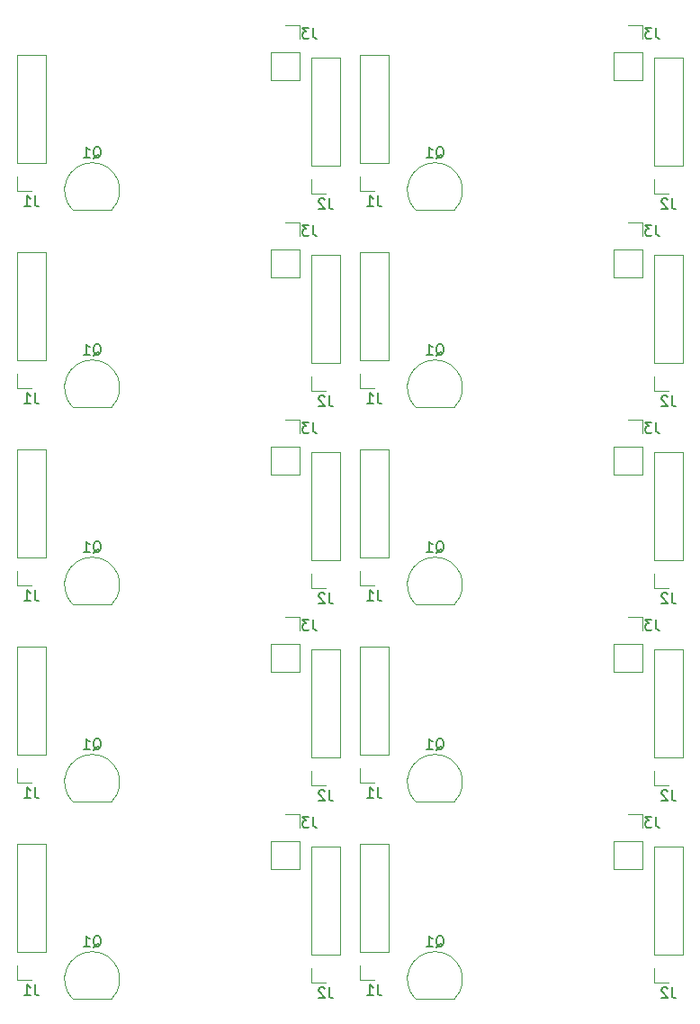
<source format=gbr>
G04 #@! TF.GenerationSoftware,KiCad,Pcbnew,5.1.6-c6e7f7d~86~ubuntu19.10.1*
G04 #@! TF.CreationDate,2021-03-24T15:38:50+01:00*
G04 #@! TF.ProjectId,Switch3V,53776974-6368-4335-962e-6b696361645f,rev?*
G04 #@! TF.SameCoordinates,Original*
G04 #@! TF.FileFunction,Legend,Bot*
G04 #@! TF.FilePolarity,Positive*
%FSLAX46Y46*%
G04 Gerber Fmt 4.6, Leading zero omitted, Abs format (unit mm)*
G04 Created by KiCad (PCBNEW 5.1.6-c6e7f7d~86~ubuntu19.10.1) date 2021-03-24 15:38:50*
%MOMM*%
%LPD*%
G01*
G04 APERTURE LIST*
%ADD10C,0.120000*%
%ADD11C,0.150000*%
G04 APERTURE END LIST*
D10*
X209953000Y-136216000D02*
X206353000Y-136216000D01*
X209991478Y-136204478D02*
G75*
G03*
X208153000Y-131766000I-1838478J1838478D01*
G01*
X206314522Y-136204478D02*
G75*
G02*
X208153000Y-131766000I1838478J1838478D01*
G01*
X228794000Y-134680000D02*
X230124000Y-134680000D01*
X228794000Y-133350000D02*
X228794000Y-134680000D01*
X228794000Y-132080000D02*
X231454000Y-132080000D01*
X231454000Y-132080000D02*
X231454000Y-121860000D01*
X228794000Y-132080000D02*
X228794000Y-121860000D01*
X228794000Y-121860000D02*
X231454000Y-121860000D01*
X261052000Y-121860000D02*
X263712000Y-121860000D01*
X261052000Y-132080000D02*
X261052000Y-121860000D01*
X263712000Y-132080000D02*
X263712000Y-121860000D01*
X261052000Y-132080000D02*
X263712000Y-132080000D01*
X261052000Y-133350000D02*
X261052000Y-134680000D01*
X261052000Y-134680000D02*
X262382000Y-134680000D01*
X238572522Y-136204478D02*
G75*
G02*
X240411000Y-131766000I1838478J1838478D01*
G01*
X242249478Y-136204478D02*
G75*
G03*
X240411000Y-131766000I-1838478J1838478D01*
G01*
X242211000Y-136216000D02*
X238611000Y-136216000D01*
X233366000Y-134426000D02*
X234696000Y-134426000D01*
X233366000Y-133096000D02*
X233366000Y-134426000D01*
X233366000Y-131826000D02*
X236026000Y-131826000D01*
X236026000Y-131826000D02*
X236026000Y-121606000D01*
X233366000Y-131826000D02*
X233366000Y-121606000D01*
X233366000Y-121606000D02*
X236026000Y-121606000D01*
X201108000Y-121606000D02*
X203768000Y-121606000D01*
X201108000Y-131826000D02*
X201108000Y-121606000D01*
X203768000Y-131826000D02*
X203768000Y-121606000D01*
X201108000Y-131826000D02*
X203768000Y-131826000D01*
X201108000Y-133096000D02*
X201108000Y-134426000D01*
X201108000Y-134426000D02*
X202438000Y-134426000D01*
X259902000Y-118812000D02*
X258572000Y-118812000D01*
X259902000Y-120142000D02*
X259902000Y-118812000D01*
X259902000Y-121412000D02*
X257242000Y-121412000D01*
X257242000Y-121412000D02*
X257242000Y-124012000D01*
X259902000Y-121412000D02*
X259902000Y-124012000D01*
X259902000Y-124012000D02*
X257242000Y-124012000D01*
X227644000Y-124012000D02*
X224984000Y-124012000D01*
X227644000Y-121412000D02*
X227644000Y-124012000D01*
X224984000Y-121412000D02*
X224984000Y-124012000D01*
X227644000Y-121412000D02*
X224984000Y-121412000D01*
X227644000Y-120142000D02*
X227644000Y-118812000D01*
X227644000Y-118812000D02*
X226314000Y-118812000D01*
X242211000Y-117674000D02*
X238611000Y-117674000D01*
X242249478Y-117662478D02*
G75*
G03*
X240411000Y-113224000I-1838478J1838478D01*
G01*
X238572522Y-117662478D02*
G75*
G02*
X240411000Y-113224000I1838478J1838478D01*
G01*
X209953000Y-99132000D02*
X206353000Y-99132000D01*
X209991478Y-99120478D02*
G75*
G03*
X208153000Y-94682000I-1838478J1838478D01*
G01*
X206314522Y-99120478D02*
G75*
G02*
X208153000Y-94682000I1838478J1838478D01*
G01*
X259902000Y-105470000D02*
X257242000Y-105470000D01*
X259902000Y-102870000D02*
X259902000Y-105470000D01*
X257242000Y-102870000D02*
X257242000Y-105470000D01*
X259902000Y-102870000D02*
X257242000Y-102870000D01*
X259902000Y-101600000D02*
X259902000Y-100270000D01*
X259902000Y-100270000D02*
X258572000Y-100270000D01*
X201108000Y-115884000D02*
X202438000Y-115884000D01*
X201108000Y-114554000D02*
X201108000Y-115884000D01*
X201108000Y-113284000D02*
X203768000Y-113284000D01*
X203768000Y-113284000D02*
X203768000Y-103064000D01*
X201108000Y-113284000D02*
X201108000Y-103064000D01*
X201108000Y-103064000D02*
X203768000Y-103064000D01*
X227644000Y-100270000D02*
X226314000Y-100270000D01*
X227644000Y-101600000D02*
X227644000Y-100270000D01*
X227644000Y-102870000D02*
X224984000Y-102870000D01*
X224984000Y-102870000D02*
X224984000Y-105470000D01*
X227644000Y-102870000D02*
X227644000Y-105470000D01*
X227644000Y-105470000D02*
X224984000Y-105470000D01*
X228794000Y-97596000D02*
X230124000Y-97596000D01*
X228794000Y-96266000D02*
X228794000Y-97596000D01*
X228794000Y-94996000D02*
X231454000Y-94996000D01*
X231454000Y-94996000D02*
X231454000Y-84776000D01*
X228794000Y-94996000D02*
X228794000Y-84776000D01*
X228794000Y-84776000D02*
X231454000Y-84776000D01*
X261052000Y-84776000D02*
X263712000Y-84776000D01*
X261052000Y-94996000D02*
X261052000Y-84776000D01*
X263712000Y-94996000D02*
X263712000Y-84776000D01*
X261052000Y-94996000D02*
X263712000Y-94996000D01*
X261052000Y-96266000D02*
X261052000Y-97596000D01*
X261052000Y-97596000D02*
X262382000Y-97596000D01*
X238572522Y-99120478D02*
G75*
G02*
X240411000Y-94682000I1838478J1838478D01*
G01*
X242249478Y-99120478D02*
G75*
G03*
X240411000Y-94682000I-1838478J1838478D01*
G01*
X242211000Y-99132000D02*
X238611000Y-99132000D01*
X233366000Y-97342000D02*
X234696000Y-97342000D01*
X233366000Y-96012000D02*
X233366000Y-97342000D01*
X233366000Y-94742000D02*
X236026000Y-94742000D01*
X236026000Y-94742000D02*
X236026000Y-84522000D01*
X233366000Y-94742000D02*
X233366000Y-84522000D01*
X233366000Y-84522000D02*
X236026000Y-84522000D01*
X201108000Y-84522000D02*
X203768000Y-84522000D01*
X201108000Y-94742000D02*
X201108000Y-84522000D01*
X203768000Y-94742000D02*
X203768000Y-84522000D01*
X201108000Y-94742000D02*
X203768000Y-94742000D01*
X201108000Y-96012000D02*
X201108000Y-97342000D01*
X201108000Y-97342000D02*
X202438000Y-97342000D01*
X233366000Y-103064000D02*
X236026000Y-103064000D01*
X233366000Y-113284000D02*
X233366000Y-103064000D01*
X236026000Y-113284000D02*
X236026000Y-103064000D01*
X233366000Y-113284000D02*
X236026000Y-113284000D01*
X233366000Y-114554000D02*
X233366000Y-115884000D01*
X233366000Y-115884000D02*
X234696000Y-115884000D01*
X261052000Y-116138000D02*
X262382000Y-116138000D01*
X261052000Y-114808000D02*
X261052000Y-116138000D01*
X261052000Y-113538000D02*
X263712000Y-113538000D01*
X263712000Y-113538000D02*
X263712000Y-103318000D01*
X261052000Y-113538000D02*
X261052000Y-103318000D01*
X261052000Y-103318000D02*
X263712000Y-103318000D01*
X206314522Y-117662478D02*
G75*
G02*
X208153000Y-113224000I1838478J1838478D01*
G01*
X209991478Y-117662478D02*
G75*
G03*
X208153000Y-113224000I-1838478J1838478D01*
G01*
X209953000Y-117674000D02*
X206353000Y-117674000D01*
X228794000Y-103318000D02*
X231454000Y-103318000D01*
X228794000Y-113538000D02*
X228794000Y-103318000D01*
X231454000Y-113538000D02*
X231454000Y-103318000D01*
X228794000Y-113538000D02*
X231454000Y-113538000D01*
X228794000Y-114808000D02*
X228794000Y-116138000D01*
X228794000Y-116138000D02*
X230124000Y-116138000D01*
X259902000Y-81728000D02*
X258572000Y-81728000D01*
X259902000Y-83058000D02*
X259902000Y-81728000D01*
X259902000Y-84328000D02*
X257242000Y-84328000D01*
X257242000Y-84328000D02*
X257242000Y-86928000D01*
X259902000Y-84328000D02*
X259902000Y-86928000D01*
X259902000Y-86928000D02*
X257242000Y-86928000D01*
X227644000Y-86928000D02*
X224984000Y-86928000D01*
X227644000Y-84328000D02*
X227644000Y-86928000D01*
X224984000Y-84328000D02*
X224984000Y-86928000D01*
X227644000Y-84328000D02*
X224984000Y-84328000D01*
X227644000Y-83058000D02*
X227644000Y-81728000D01*
X227644000Y-81728000D02*
X226314000Y-81728000D01*
X209953000Y-80590000D02*
X206353000Y-80590000D01*
X209991478Y-80578478D02*
G75*
G03*
X208153000Y-76140000I-1838478J1838478D01*
G01*
X206314522Y-80578478D02*
G75*
G02*
X208153000Y-76140000I1838478J1838478D01*
G01*
X228794000Y-79054000D02*
X230124000Y-79054000D01*
X228794000Y-77724000D02*
X228794000Y-79054000D01*
X228794000Y-76454000D02*
X231454000Y-76454000D01*
X231454000Y-76454000D02*
X231454000Y-66234000D01*
X228794000Y-76454000D02*
X228794000Y-66234000D01*
X228794000Y-66234000D02*
X231454000Y-66234000D01*
X261052000Y-66234000D02*
X263712000Y-66234000D01*
X261052000Y-76454000D02*
X261052000Y-66234000D01*
X263712000Y-76454000D02*
X263712000Y-66234000D01*
X261052000Y-76454000D02*
X263712000Y-76454000D01*
X261052000Y-77724000D02*
X261052000Y-79054000D01*
X261052000Y-79054000D02*
X262382000Y-79054000D01*
X238572522Y-80578478D02*
G75*
G02*
X240411000Y-76140000I1838478J1838478D01*
G01*
X242249478Y-80578478D02*
G75*
G03*
X240411000Y-76140000I-1838478J1838478D01*
G01*
X242211000Y-80590000D02*
X238611000Y-80590000D01*
X233366000Y-78800000D02*
X234696000Y-78800000D01*
X233366000Y-77470000D02*
X233366000Y-78800000D01*
X233366000Y-76200000D02*
X236026000Y-76200000D01*
X236026000Y-76200000D02*
X236026000Y-65980000D01*
X233366000Y-76200000D02*
X233366000Y-65980000D01*
X233366000Y-65980000D02*
X236026000Y-65980000D01*
X201108000Y-65980000D02*
X203768000Y-65980000D01*
X201108000Y-76200000D02*
X201108000Y-65980000D01*
X203768000Y-76200000D02*
X203768000Y-65980000D01*
X201108000Y-76200000D02*
X203768000Y-76200000D01*
X201108000Y-77470000D02*
X201108000Y-78800000D01*
X201108000Y-78800000D02*
X202438000Y-78800000D01*
X259902000Y-63186000D02*
X258572000Y-63186000D01*
X259902000Y-64516000D02*
X259902000Y-63186000D01*
X259902000Y-65786000D02*
X257242000Y-65786000D01*
X257242000Y-65786000D02*
X257242000Y-68386000D01*
X259902000Y-65786000D02*
X259902000Y-68386000D01*
X259902000Y-68386000D02*
X257242000Y-68386000D01*
X227644000Y-68386000D02*
X224984000Y-68386000D01*
X227644000Y-65786000D02*
X227644000Y-68386000D01*
X224984000Y-65786000D02*
X224984000Y-68386000D01*
X227644000Y-65786000D02*
X224984000Y-65786000D01*
X227644000Y-64516000D02*
X227644000Y-63186000D01*
X227644000Y-63186000D02*
X226314000Y-63186000D01*
X228794000Y-47692000D02*
X231454000Y-47692000D01*
X228794000Y-57912000D02*
X228794000Y-47692000D01*
X231454000Y-57912000D02*
X231454000Y-47692000D01*
X228794000Y-57912000D02*
X231454000Y-57912000D01*
X228794000Y-59182000D02*
X228794000Y-60512000D01*
X228794000Y-60512000D02*
X230124000Y-60512000D01*
X206314522Y-62036478D02*
G75*
G02*
X208153000Y-57598000I1838478J1838478D01*
G01*
X209991478Y-62036478D02*
G75*
G03*
X208153000Y-57598000I-1838478J1838478D01*
G01*
X209953000Y-62048000D02*
X206353000Y-62048000D01*
X201108000Y-60258000D02*
X202438000Y-60258000D01*
X201108000Y-58928000D02*
X201108000Y-60258000D01*
X201108000Y-57658000D02*
X203768000Y-57658000D01*
X203768000Y-57658000D02*
X203768000Y-47438000D01*
X201108000Y-57658000D02*
X201108000Y-47438000D01*
X201108000Y-47438000D02*
X203768000Y-47438000D01*
X227644000Y-44644000D02*
X226314000Y-44644000D01*
X227644000Y-45974000D02*
X227644000Y-44644000D01*
X227644000Y-47244000D02*
X224984000Y-47244000D01*
X224984000Y-47244000D02*
X224984000Y-49844000D01*
X227644000Y-47244000D02*
X227644000Y-49844000D01*
X227644000Y-49844000D02*
X224984000Y-49844000D01*
X259902000Y-49844000D02*
X257242000Y-49844000D01*
X259902000Y-47244000D02*
X259902000Y-49844000D01*
X257242000Y-47244000D02*
X257242000Y-49844000D01*
X259902000Y-47244000D02*
X257242000Y-47244000D01*
X259902000Y-45974000D02*
X259902000Y-44644000D01*
X259902000Y-44644000D02*
X258572000Y-44644000D01*
X233366000Y-47438000D02*
X236026000Y-47438000D01*
X233366000Y-57658000D02*
X233366000Y-47438000D01*
X236026000Y-57658000D02*
X236026000Y-47438000D01*
X233366000Y-57658000D02*
X236026000Y-57658000D01*
X233366000Y-58928000D02*
X233366000Y-60258000D01*
X233366000Y-60258000D02*
X234696000Y-60258000D01*
X242211000Y-62048000D02*
X238611000Y-62048000D01*
X242249478Y-62036478D02*
G75*
G03*
X240411000Y-57598000I-1838478J1838478D01*
G01*
X238572522Y-62036478D02*
G75*
G02*
X240411000Y-57598000I1838478J1838478D01*
G01*
X261052000Y-60512000D02*
X262382000Y-60512000D01*
X261052000Y-59182000D02*
X261052000Y-60512000D01*
X261052000Y-57912000D02*
X263712000Y-57912000D01*
X263712000Y-57912000D02*
X263712000Y-47692000D01*
X261052000Y-57912000D02*
X261052000Y-47692000D01*
X261052000Y-47692000D02*
X263712000Y-47692000D01*
D11*
X208248238Y-131353619D02*
X208343476Y-131306000D01*
X208438714Y-131210761D01*
X208581571Y-131067904D01*
X208676809Y-131020285D01*
X208772047Y-131020285D01*
X208724428Y-131258380D02*
X208819666Y-131210761D01*
X208914904Y-131115523D01*
X208962523Y-130925047D01*
X208962523Y-130591714D01*
X208914904Y-130401238D01*
X208819666Y-130306000D01*
X208724428Y-130258380D01*
X208533952Y-130258380D01*
X208438714Y-130306000D01*
X208343476Y-130401238D01*
X208295857Y-130591714D01*
X208295857Y-130925047D01*
X208343476Y-131115523D01*
X208438714Y-131210761D01*
X208533952Y-131258380D01*
X208724428Y-131258380D01*
X207343476Y-131258380D02*
X207914904Y-131258380D01*
X207629190Y-131258380D02*
X207629190Y-130258380D01*
X207724428Y-130401238D01*
X207819666Y-130496476D01*
X207914904Y-130544095D01*
X230457333Y-135132380D02*
X230457333Y-135846666D01*
X230504952Y-135989523D01*
X230600190Y-136084761D01*
X230743047Y-136132380D01*
X230838285Y-136132380D01*
X230028761Y-135227619D02*
X229981142Y-135180000D01*
X229885904Y-135132380D01*
X229647809Y-135132380D01*
X229552571Y-135180000D01*
X229504952Y-135227619D01*
X229457333Y-135322857D01*
X229457333Y-135418095D01*
X229504952Y-135560952D01*
X230076380Y-136132380D01*
X229457333Y-136132380D01*
X262715333Y-135132380D02*
X262715333Y-135846666D01*
X262762952Y-135989523D01*
X262858190Y-136084761D01*
X263001047Y-136132380D01*
X263096285Y-136132380D01*
X262286761Y-135227619D02*
X262239142Y-135180000D01*
X262143904Y-135132380D01*
X261905809Y-135132380D01*
X261810571Y-135180000D01*
X261762952Y-135227619D01*
X261715333Y-135322857D01*
X261715333Y-135418095D01*
X261762952Y-135560952D01*
X262334380Y-136132380D01*
X261715333Y-136132380D01*
X240506238Y-131353619D02*
X240601476Y-131306000D01*
X240696714Y-131210761D01*
X240839571Y-131067904D01*
X240934809Y-131020285D01*
X241030047Y-131020285D01*
X240982428Y-131258380D02*
X241077666Y-131210761D01*
X241172904Y-131115523D01*
X241220523Y-130925047D01*
X241220523Y-130591714D01*
X241172904Y-130401238D01*
X241077666Y-130306000D01*
X240982428Y-130258380D01*
X240791952Y-130258380D01*
X240696714Y-130306000D01*
X240601476Y-130401238D01*
X240553857Y-130591714D01*
X240553857Y-130925047D01*
X240601476Y-131115523D01*
X240696714Y-131210761D01*
X240791952Y-131258380D01*
X240982428Y-131258380D01*
X239601476Y-131258380D02*
X240172904Y-131258380D01*
X239887190Y-131258380D02*
X239887190Y-130258380D01*
X239982428Y-130401238D01*
X240077666Y-130496476D01*
X240172904Y-130544095D01*
X235029333Y-134878380D02*
X235029333Y-135592666D01*
X235076952Y-135735523D01*
X235172190Y-135830761D01*
X235315047Y-135878380D01*
X235410285Y-135878380D01*
X234029333Y-135878380D02*
X234600761Y-135878380D01*
X234315047Y-135878380D02*
X234315047Y-134878380D01*
X234410285Y-135021238D01*
X234505523Y-135116476D01*
X234600761Y-135164095D01*
X202771333Y-134878380D02*
X202771333Y-135592666D01*
X202818952Y-135735523D01*
X202914190Y-135830761D01*
X203057047Y-135878380D01*
X203152285Y-135878380D01*
X201771333Y-135878380D02*
X202342761Y-135878380D01*
X202057047Y-135878380D02*
X202057047Y-134878380D01*
X202152285Y-135021238D01*
X202247523Y-135116476D01*
X202342761Y-135164095D01*
X261191333Y-119086380D02*
X261191333Y-119800666D01*
X261238952Y-119943523D01*
X261334190Y-120038761D01*
X261477047Y-120086380D01*
X261572285Y-120086380D01*
X260810380Y-119086380D02*
X260191333Y-119086380D01*
X260524666Y-119467333D01*
X260381809Y-119467333D01*
X260286571Y-119514952D01*
X260238952Y-119562571D01*
X260191333Y-119657809D01*
X260191333Y-119895904D01*
X260238952Y-119991142D01*
X260286571Y-120038761D01*
X260381809Y-120086380D01*
X260667523Y-120086380D01*
X260762761Y-120038761D01*
X260810380Y-119991142D01*
X228933333Y-119086380D02*
X228933333Y-119800666D01*
X228980952Y-119943523D01*
X229076190Y-120038761D01*
X229219047Y-120086380D01*
X229314285Y-120086380D01*
X228552380Y-119086380D02*
X227933333Y-119086380D01*
X228266666Y-119467333D01*
X228123809Y-119467333D01*
X228028571Y-119514952D01*
X227980952Y-119562571D01*
X227933333Y-119657809D01*
X227933333Y-119895904D01*
X227980952Y-119991142D01*
X228028571Y-120038761D01*
X228123809Y-120086380D01*
X228409523Y-120086380D01*
X228504761Y-120038761D01*
X228552380Y-119991142D01*
X240506238Y-112811619D02*
X240601476Y-112764000D01*
X240696714Y-112668761D01*
X240839571Y-112525904D01*
X240934809Y-112478285D01*
X241030047Y-112478285D01*
X240982428Y-112716380D02*
X241077666Y-112668761D01*
X241172904Y-112573523D01*
X241220523Y-112383047D01*
X241220523Y-112049714D01*
X241172904Y-111859238D01*
X241077666Y-111764000D01*
X240982428Y-111716380D01*
X240791952Y-111716380D01*
X240696714Y-111764000D01*
X240601476Y-111859238D01*
X240553857Y-112049714D01*
X240553857Y-112383047D01*
X240601476Y-112573523D01*
X240696714Y-112668761D01*
X240791952Y-112716380D01*
X240982428Y-112716380D01*
X239601476Y-112716380D02*
X240172904Y-112716380D01*
X239887190Y-112716380D02*
X239887190Y-111716380D01*
X239982428Y-111859238D01*
X240077666Y-111954476D01*
X240172904Y-112002095D01*
X208248238Y-94269619D02*
X208343476Y-94222000D01*
X208438714Y-94126761D01*
X208581571Y-93983904D01*
X208676809Y-93936285D01*
X208772047Y-93936285D01*
X208724428Y-94174380D02*
X208819666Y-94126761D01*
X208914904Y-94031523D01*
X208962523Y-93841047D01*
X208962523Y-93507714D01*
X208914904Y-93317238D01*
X208819666Y-93222000D01*
X208724428Y-93174380D01*
X208533952Y-93174380D01*
X208438714Y-93222000D01*
X208343476Y-93317238D01*
X208295857Y-93507714D01*
X208295857Y-93841047D01*
X208343476Y-94031523D01*
X208438714Y-94126761D01*
X208533952Y-94174380D01*
X208724428Y-94174380D01*
X207343476Y-94174380D02*
X207914904Y-94174380D01*
X207629190Y-94174380D02*
X207629190Y-93174380D01*
X207724428Y-93317238D01*
X207819666Y-93412476D01*
X207914904Y-93460095D01*
X261191333Y-100544380D02*
X261191333Y-101258666D01*
X261238952Y-101401523D01*
X261334190Y-101496761D01*
X261477047Y-101544380D01*
X261572285Y-101544380D01*
X260810380Y-100544380D02*
X260191333Y-100544380D01*
X260524666Y-100925333D01*
X260381809Y-100925333D01*
X260286571Y-100972952D01*
X260238952Y-101020571D01*
X260191333Y-101115809D01*
X260191333Y-101353904D01*
X260238952Y-101449142D01*
X260286571Y-101496761D01*
X260381809Y-101544380D01*
X260667523Y-101544380D01*
X260762761Y-101496761D01*
X260810380Y-101449142D01*
X202771333Y-116336380D02*
X202771333Y-117050666D01*
X202818952Y-117193523D01*
X202914190Y-117288761D01*
X203057047Y-117336380D01*
X203152285Y-117336380D01*
X201771333Y-117336380D02*
X202342761Y-117336380D01*
X202057047Y-117336380D02*
X202057047Y-116336380D01*
X202152285Y-116479238D01*
X202247523Y-116574476D01*
X202342761Y-116622095D01*
X228933333Y-100544380D02*
X228933333Y-101258666D01*
X228980952Y-101401523D01*
X229076190Y-101496761D01*
X229219047Y-101544380D01*
X229314285Y-101544380D01*
X228552380Y-100544380D02*
X227933333Y-100544380D01*
X228266666Y-100925333D01*
X228123809Y-100925333D01*
X228028571Y-100972952D01*
X227980952Y-101020571D01*
X227933333Y-101115809D01*
X227933333Y-101353904D01*
X227980952Y-101449142D01*
X228028571Y-101496761D01*
X228123809Y-101544380D01*
X228409523Y-101544380D01*
X228504761Y-101496761D01*
X228552380Y-101449142D01*
X230457333Y-98048380D02*
X230457333Y-98762666D01*
X230504952Y-98905523D01*
X230600190Y-99000761D01*
X230743047Y-99048380D01*
X230838285Y-99048380D01*
X230028761Y-98143619D02*
X229981142Y-98096000D01*
X229885904Y-98048380D01*
X229647809Y-98048380D01*
X229552571Y-98096000D01*
X229504952Y-98143619D01*
X229457333Y-98238857D01*
X229457333Y-98334095D01*
X229504952Y-98476952D01*
X230076380Y-99048380D01*
X229457333Y-99048380D01*
X262715333Y-98048380D02*
X262715333Y-98762666D01*
X262762952Y-98905523D01*
X262858190Y-99000761D01*
X263001047Y-99048380D01*
X263096285Y-99048380D01*
X262286761Y-98143619D02*
X262239142Y-98096000D01*
X262143904Y-98048380D01*
X261905809Y-98048380D01*
X261810571Y-98096000D01*
X261762952Y-98143619D01*
X261715333Y-98238857D01*
X261715333Y-98334095D01*
X261762952Y-98476952D01*
X262334380Y-99048380D01*
X261715333Y-99048380D01*
X240506238Y-94269619D02*
X240601476Y-94222000D01*
X240696714Y-94126761D01*
X240839571Y-93983904D01*
X240934809Y-93936285D01*
X241030047Y-93936285D01*
X240982428Y-94174380D02*
X241077666Y-94126761D01*
X241172904Y-94031523D01*
X241220523Y-93841047D01*
X241220523Y-93507714D01*
X241172904Y-93317238D01*
X241077666Y-93222000D01*
X240982428Y-93174380D01*
X240791952Y-93174380D01*
X240696714Y-93222000D01*
X240601476Y-93317238D01*
X240553857Y-93507714D01*
X240553857Y-93841047D01*
X240601476Y-94031523D01*
X240696714Y-94126761D01*
X240791952Y-94174380D01*
X240982428Y-94174380D01*
X239601476Y-94174380D02*
X240172904Y-94174380D01*
X239887190Y-94174380D02*
X239887190Y-93174380D01*
X239982428Y-93317238D01*
X240077666Y-93412476D01*
X240172904Y-93460095D01*
X235029333Y-97794380D02*
X235029333Y-98508666D01*
X235076952Y-98651523D01*
X235172190Y-98746761D01*
X235315047Y-98794380D01*
X235410285Y-98794380D01*
X234029333Y-98794380D02*
X234600761Y-98794380D01*
X234315047Y-98794380D02*
X234315047Y-97794380D01*
X234410285Y-97937238D01*
X234505523Y-98032476D01*
X234600761Y-98080095D01*
X202771333Y-97794380D02*
X202771333Y-98508666D01*
X202818952Y-98651523D01*
X202914190Y-98746761D01*
X203057047Y-98794380D01*
X203152285Y-98794380D01*
X201771333Y-98794380D02*
X202342761Y-98794380D01*
X202057047Y-98794380D02*
X202057047Y-97794380D01*
X202152285Y-97937238D01*
X202247523Y-98032476D01*
X202342761Y-98080095D01*
X235029333Y-116336380D02*
X235029333Y-117050666D01*
X235076952Y-117193523D01*
X235172190Y-117288761D01*
X235315047Y-117336380D01*
X235410285Y-117336380D01*
X234029333Y-117336380D02*
X234600761Y-117336380D01*
X234315047Y-117336380D02*
X234315047Y-116336380D01*
X234410285Y-116479238D01*
X234505523Y-116574476D01*
X234600761Y-116622095D01*
X262715333Y-116590380D02*
X262715333Y-117304666D01*
X262762952Y-117447523D01*
X262858190Y-117542761D01*
X263001047Y-117590380D01*
X263096285Y-117590380D01*
X262286761Y-116685619D02*
X262239142Y-116638000D01*
X262143904Y-116590380D01*
X261905809Y-116590380D01*
X261810571Y-116638000D01*
X261762952Y-116685619D01*
X261715333Y-116780857D01*
X261715333Y-116876095D01*
X261762952Y-117018952D01*
X262334380Y-117590380D01*
X261715333Y-117590380D01*
X208248238Y-112811619D02*
X208343476Y-112764000D01*
X208438714Y-112668761D01*
X208581571Y-112525904D01*
X208676809Y-112478285D01*
X208772047Y-112478285D01*
X208724428Y-112716380D02*
X208819666Y-112668761D01*
X208914904Y-112573523D01*
X208962523Y-112383047D01*
X208962523Y-112049714D01*
X208914904Y-111859238D01*
X208819666Y-111764000D01*
X208724428Y-111716380D01*
X208533952Y-111716380D01*
X208438714Y-111764000D01*
X208343476Y-111859238D01*
X208295857Y-112049714D01*
X208295857Y-112383047D01*
X208343476Y-112573523D01*
X208438714Y-112668761D01*
X208533952Y-112716380D01*
X208724428Y-112716380D01*
X207343476Y-112716380D02*
X207914904Y-112716380D01*
X207629190Y-112716380D02*
X207629190Y-111716380D01*
X207724428Y-111859238D01*
X207819666Y-111954476D01*
X207914904Y-112002095D01*
X230457333Y-116590380D02*
X230457333Y-117304666D01*
X230504952Y-117447523D01*
X230600190Y-117542761D01*
X230743047Y-117590380D01*
X230838285Y-117590380D01*
X230028761Y-116685619D02*
X229981142Y-116638000D01*
X229885904Y-116590380D01*
X229647809Y-116590380D01*
X229552571Y-116638000D01*
X229504952Y-116685619D01*
X229457333Y-116780857D01*
X229457333Y-116876095D01*
X229504952Y-117018952D01*
X230076380Y-117590380D01*
X229457333Y-117590380D01*
X261191333Y-82002380D02*
X261191333Y-82716666D01*
X261238952Y-82859523D01*
X261334190Y-82954761D01*
X261477047Y-83002380D01*
X261572285Y-83002380D01*
X260810380Y-82002380D02*
X260191333Y-82002380D01*
X260524666Y-82383333D01*
X260381809Y-82383333D01*
X260286571Y-82430952D01*
X260238952Y-82478571D01*
X260191333Y-82573809D01*
X260191333Y-82811904D01*
X260238952Y-82907142D01*
X260286571Y-82954761D01*
X260381809Y-83002380D01*
X260667523Y-83002380D01*
X260762761Y-82954761D01*
X260810380Y-82907142D01*
X228933333Y-82002380D02*
X228933333Y-82716666D01*
X228980952Y-82859523D01*
X229076190Y-82954761D01*
X229219047Y-83002380D01*
X229314285Y-83002380D01*
X228552380Y-82002380D02*
X227933333Y-82002380D01*
X228266666Y-82383333D01*
X228123809Y-82383333D01*
X228028571Y-82430952D01*
X227980952Y-82478571D01*
X227933333Y-82573809D01*
X227933333Y-82811904D01*
X227980952Y-82907142D01*
X228028571Y-82954761D01*
X228123809Y-83002380D01*
X228409523Y-83002380D01*
X228504761Y-82954761D01*
X228552380Y-82907142D01*
X208248238Y-75727619D02*
X208343476Y-75680000D01*
X208438714Y-75584761D01*
X208581571Y-75441904D01*
X208676809Y-75394285D01*
X208772047Y-75394285D01*
X208724428Y-75632380D02*
X208819666Y-75584761D01*
X208914904Y-75489523D01*
X208962523Y-75299047D01*
X208962523Y-74965714D01*
X208914904Y-74775238D01*
X208819666Y-74680000D01*
X208724428Y-74632380D01*
X208533952Y-74632380D01*
X208438714Y-74680000D01*
X208343476Y-74775238D01*
X208295857Y-74965714D01*
X208295857Y-75299047D01*
X208343476Y-75489523D01*
X208438714Y-75584761D01*
X208533952Y-75632380D01*
X208724428Y-75632380D01*
X207343476Y-75632380D02*
X207914904Y-75632380D01*
X207629190Y-75632380D02*
X207629190Y-74632380D01*
X207724428Y-74775238D01*
X207819666Y-74870476D01*
X207914904Y-74918095D01*
X230457333Y-79506380D02*
X230457333Y-80220666D01*
X230504952Y-80363523D01*
X230600190Y-80458761D01*
X230743047Y-80506380D01*
X230838285Y-80506380D01*
X230028761Y-79601619D02*
X229981142Y-79554000D01*
X229885904Y-79506380D01*
X229647809Y-79506380D01*
X229552571Y-79554000D01*
X229504952Y-79601619D01*
X229457333Y-79696857D01*
X229457333Y-79792095D01*
X229504952Y-79934952D01*
X230076380Y-80506380D01*
X229457333Y-80506380D01*
X262715333Y-79506380D02*
X262715333Y-80220666D01*
X262762952Y-80363523D01*
X262858190Y-80458761D01*
X263001047Y-80506380D01*
X263096285Y-80506380D01*
X262286761Y-79601619D02*
X262239142Y-79554000D01*
X262143904Y-79506380D01*
X261905809Y-79506380D01*
X261810571Y-79554000D01*
X261762952Y-79601619D01*
X261715333Y-79696857D01*
X261715333Y-79792095D01*
X261762952Y-79934952D01*
X262334380Y-80506380D01*
X261715333Y-80506380D01*
X240506238Y-75727619D02*
X240601476Y-75680000D01*
X240696714Y-75584761D01*
X240839571Y-75441904D01*
X240934809Y-75394285D01*
X241030047Y-75394285D01*
X240982428Y-75632380D02*
X241077666Y-75584761D01*
X241172904Y-75489523D01*
X241220523Y-75299047D01*
X241220523Y-74965714D01*
X241172904Y-74775238D01*
X241077666Y-74680000D01*
X240982428Y-74632380D01*
X240791952Y-74632380D01*
X240696714Y-74680000D01*
X240601476Y-74775238D01*
X240553857Y-74965714D01*
X240553857Y-75299047D01*
X240601476Y-75489523D01*
X240696714Y-75584761D01*
X240791952Y-75632380D01*
X240982428Y-75632380D01*
X239601476Y-75632380D02*
X240172904Y-75632380D01*
X239887190Y-75632380D02*
X239887190Y-74632380D01*
X239982428Y-74775238D01*
X240077666Y-74870476D01*
X240172904Y-74918095D01*
X235029333Y-79252380D02*
X235029333Y-79966666D01*
X235076952Y-80109523D01*
X235172190Y-80204761D01*
X235315047Y-80252380D01*
X235410285Y-80252380D01*
X234029333Y-80252380D02*
X234600761Y-80252380D01*
X234315047Y-80252380D02*
X234315047Y-79252380D01*
X234410285Y-79395238D01*
X234505523Y-79490476D01*
X234600761Y-79538095D01*
X202771333Y-79252380D02*
X202771333Y-79966666D01*
X202818952Y-80109523D01*
X202914190Y-80204761D01*
X203057047Y-80252380D01*
X203152285Y-80252380D01*
X201771333Y-80252380D02*
X202342761Y-80252380D01*
X202057047Y-80252380D02*
X202057047Y-79252380D01*
X202152285Y-79395238D01*
X202247523Y-79490476D01*
X202342761Y-79538095D01*
X261191333Y-63460380D02*
X261191333Y-64174666D01*
X261238952Y-64317523D01*
X261334190Y-64412761D01*
X261477047Y-64460380D01*
X261572285Y-64460380D01*
X260810380Y-63460380D02*
X260191333Y-63460380D01*
X260524666Y-63841333D01*
X260381809Y-63841333D01*
X260286571Y-63888952D01*
X260238952Y-63936571D01*
X260191333Y-64031809D01*
X260191333Y-64269904D01*
X260238952Y-64365142D01*
X260286571Y-64412761D01*
X260381809Y-64460380D01*
X260667523Y-64460380D01*
X260762761Y-64412761D01*
X260810380Y-64365142D01*
X228933333Y-63460380D02*
X228933333Y-64174666D01*
X228980952Y-64317523D01*
X229076190Y-64412761D01*
X229219047Y-64460380D01*
X229314285Y-64460380D01*
X228552380Y-63460380D02*
X227933333Y-63460380D01*
X228266666Y-63841333D01*
X228123809Y-63841333D01*
X228028571Y-63888952D01*
X227980952Y-63936571D01*
X227933333Y-64031809D01*
X227933333Y-64269904D01*
X227980952Y-64365142D01*
X228028571Y-64412761D01*
X228123809Y-64460380D01*
X228409523Y-64460380D01*
X228504761Y-64412761D01*
X228552380Y-64365142D01*
X230457333Y-60964380D02*
X230457333Y-61678666D01*
X230504952Y-61821523D01*
X230600190Y-61916761D01*
X230743047Y-61964380D01*
X230838285Y-61964380D01*
X230028761Y-61059619D02*
X229981142Y-61012000D01*
X229885904Y-60964380D01*
X229647809Y-60964380D01*
X229552571Y-61012000D01*
X229504952Y-61059619D01*
X229457333Y-61154857D01*
X229457333Y-61250095D01*
X229504952Y-61392952D01*
X230076380Y-61964380D01*
X229457333Y-61964380D01*
X208248238Y-57185619D02*
X208343476Y-57138000D01*
X208438714Y-57042761D01*
X208581571Y-56899904D01*
X208676809Y-56852285D01*
X208772047Y-56852285D01*
X208724428Y-57090380D02*
X208819666Y-57042761D01*
X208914904Y-56947523D01*
X208962523Y-56757047D01*
X208962523Y-56423714D01*
X208914904Y-56233238D01*
X208819666Y-56138000D01*
X208724428Y-56090380D01*
X208533952Y-56090380D01*
X208438714Y-56138000D01*
X208343476Y-56233238D01*
X208295857Y-56423714D01*
X208295857Y-56757047D01*
X208343476Y-56947523D01*
X208438714Y-57042761D01*
X208533952Y-57090380D01*
X208724428Y-57090380D01*
X207343476Y-57090380D02*
X207914904Y-57090380D01*
X207629190Y-57090380D02*
X207629190Y-56090380D01*
X207724428Y-56233238D01*
X207819666Y-56328476D01*
X207914904Y-56376095D01*
X202771333Y-60710380D02*
X202771333Y-61424666D01*
X202818952Y-61567523D01*
X202914190Y-61662761D01*
X203057047Y-61710380D01*
X203152285Y-61710380D01*
X201771333Y-61710380D02*
X202342761Y-61710380D01*
X202057047Y-61710380D02*
X202057047Y-60710380D01*
X202152285Y-60853238D01*
X202247523Y-60948476D01*
X202342761Y-60996095D01*
X228933333Y-44918380D02*
X228933333Y-45632666D01*
X228980952Y-45775523D01*
X229076190Y-45870761D01*
X229219047Y-45918380D01*
X229314285Y-45918380D01*
X228552380Y-44918380D02*
X227933333Y-44918380D01*
X228266666Y-45299333D01*
X228123809Y-45299333D01*
X228028571Y-45346952D01*
X227980952Y-45394571D01*
X227933333Y-45489809D01*
X227933333Y-45727904D01*
X227980952Y-45823142D01*
X228028571Y-45870761D01*
X228123809Y-45918380D01*
X228409523Y-45918380D01*
X228504761Y-45870761D01*
X228552380Y-45823142D01*
X261191333Y-44918380D02*
X261191333Y-45632666D01*
X261238952Y-45775523D01*
X261334190Y-45870761D01*
X261477047Y-45918380D01*
X261572285Y-45918380D01*
X260810380Y-44918380D02*
X260191333Y-44918380D01*
X260524666Y-45299333D01*
X260381809Y-45299333D01*
X260286571Y-45346952D01*
X260238952Y-45394571D01*
X260191333Y-45489809D01*
X260191333Y-45727904D01*
X260238952Y-45823142D01*
X260286571Y-45870761D01*
X260381809Y-45918380D01*
X260667523Y-45918380D01*
X260762761Y-45870761D01*
X260810380Y-45823142D01*
X235029333Y-60710380D02*
X235029333Y-61424666D01*
X235076952Y-61567523D01*
X235172190Y-61662761D01*
X235315047Y-61710380D01*
X235410285Y-61710380D01*
X234029333Y-61710380D02*
X234600761Y-61710380D01*
X234315047Y-61710380D02*
X234315047Y-60710380D01*
X234410285Y-60853238D01*
X234505523Y-60948476D01*
X234600761Y-60996095D01*
X240506238Y-57185619D02*
X240601476Y-57138000D01*
X240696714Y-57042761D01*
X240839571Y-56899904D01*
X240934809Y-56852285D01*
X241030047Y-56852285D01*
X240982428Y-57090380D02*
X241077666Y-57042761D01*
X241172904Y-56947523D01*
X241220523Y-56757047D01*
X241220523Y-56423714D01*
X241172904Y-56233238D01*
X241077666Y-56138000D01*
X240982428Y-56090380D01*
X240791952Y-56090380D01*
X240696714Y-56138000D01*
X240601476Y-56233238D01*
X240553857Y-56423714D01*
X240553857Y-56757047D01*
X240601476Y-56947523D01*
X240696714Y-57042761D01*
X240791952Y-57090380D01*
X240982428Y-57090380D01*
X239601476Y-57090380D02*
X240172904Y-57090380D01*
X239887190Y-57090380D02*
X239887190Y-56090380D01*
X239982428Y-56233238D01*
X240077666Y-56328476D01*
X240172904Y-56376095D01*
X262715333Y-60964380D02*
X262715333Y-61678666D01*
X262762952Y-61821523D01*
X262858190Y-61916761D01*
X263001047Y-61964380D01*
X263096285Y-61964380D01*
X262286761Y-61059619D02*
X262239142Y-61012000D01*
X262143904Y-60964380D01*
X261905809Y-60964380D01*
X261810571Y-61012000D01*
X261762952Y-61059619D01*
X261715333Y-61154857D01*
X261715333Y-61250095D01*
X261762952Y-61392952D01*
X262334380Y-61964380D01*
X261715333Y-61964380D01*
M02*

</source>
